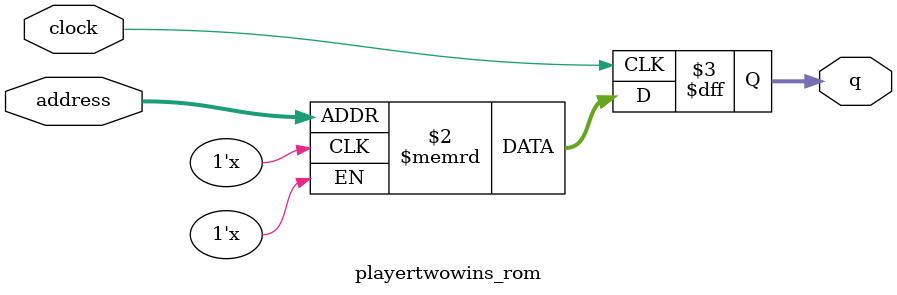
<source format=sv>
module playertwowins_rom (
	input logic clock,
	input logic [11:0] address,
	output logic [2:0] q
);

logic [2:0] memory [0:2087] /* synthesis ram_init_file = "./playertwowins/playertwowins.COE" */;

always_ff @ (posedge clock) begin
	q <= memory[address];
end

endmodule

</source>
